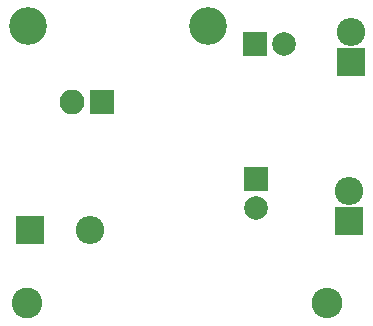
<source format=gbr>
G04 #@! TF.FileFunction,Soldermask,Bot*
%FSLAX46Y46*%
G04 Gerber Fmt 4.6, Leading zero omitted, Abs format (unit mm)*
G04 Created by KiCad (PCBNEW 4.0.6) date Tuesday, 18 July 2017 'PMt' 23:15:14*
%MOMM*%
%LPD*%
G01*
G04 APERTURE LIST*
%ADD10C,0.100000*%
%ADD11O,2.398980X2.398980*%
%ADD12R,2.398980X2.398980*%
%ADD13R,2.100000X2.100000*%
%ADD14O,2.100000X2.100000*%
%ADD15C,2.600000*%
%ADD16O,2.600000X2.600000*%
%ADD17R,2.000000X2.000000*%
%ADD18C,2.000000*%
%ADD19R,2.400000X2.400000*%
%ADD20O,2.400000X2.400000*%
%ADD21C,3.200000*%
%ADD22O,3.200000X3.200000*%
G04 APERTURE END LIST*
D10*
D11*
X170810000Y-124950000D03*
D12*
X170810000Y-127490000D03*
D11*
X170960000Y-111480000D03*
D12*
X170960000Y-114020000D03*
D13*
X149880000Y-117370000D03*
D14*
X147340000Y-117370000D03*
D15*
X143600000Y-134400000D03*
D16*
X169000000Y-134400000D03*
D17*
X162980000Y-123870000D03*
D18*
X162980000Y-126370000D03*
D17*
X162840000Y-112510000D03*
D18*
X165340000Y-112510000D03*
D19*
X143810000Y-128210000D03*
D20*
X148890000Y-128210000D03*
D21*
X158870000Y-111000000D03*
D22*
X143630000Y-111000000D03*
M02*

</source>
